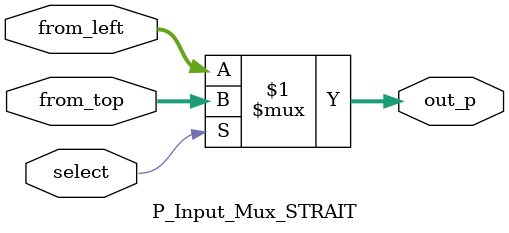
<source format=v>
`timescale 1ns / 1ps

module P_Input_Mux_STRAIT (
    input  wire [31:0] from_top,
    input  wire [31:0] from_left,
    input  wire        select,     // 0이면 from_left, 1이면 from_top
    output wire [31:0] out_p
);

    // OR 연산과 MUX 조합
    assign out_p = select ? from_top : from_left;

endmodule

</source>
